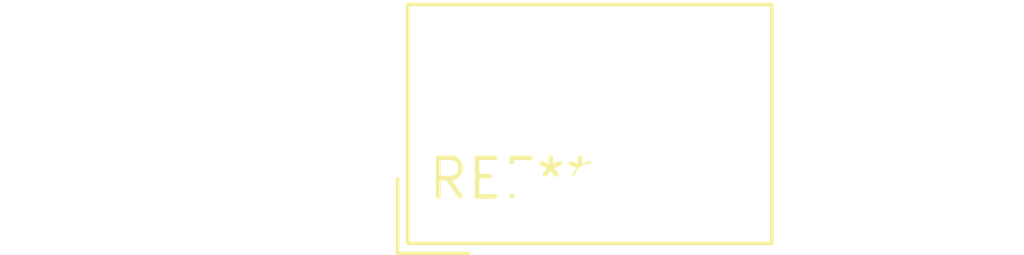
<source format=kicad_pcb>
(kicad_pcb (version 20240108) (generator pcbnew)
  (layers (0 "F.Cu" signal) (31 "B.Cu" signal) (34 "B.Paste" user) (35 "F.Paste" user) (36 "B.SilkS" user "B.Silkscreen") (37 "F.SilkS" user "F.Silkscreen") (38 "B.Mask" user) (39 "F.Mask" user) (44 "Edge.Cuts" user))
  (net 0 "")
  (footprint "Converter_DCDC_TRACO_TSR-1_THT" (layer "F.Cu") (at 0 0)
    (property "Reference" "REF**")
    (property "Value" "Converter_DCDC_TRACO_TSR-1_THT")
    (fp_line (start -3.75 0) (end -3.75 2.45) (layer "F.SilkS") (stroke (width 0.12)))
    (fp_line (start -3.75 2.45) (end -1.42 2.45) (layer "F.SilkS") (stroke (width 0.12)))
    (fp_line (start -3.42 -5.73) (end 8.52 -5.73) (layer "F.SilkS") (stroke (width 0.12)))
    (fp_line (start -3.42 2.12) (end -3.42 -5.73) (layer "F.SilkS") (stroke (width 0.12)))
    (fp_line (start 8.52 -5.73) (end 8.52 2.12) (layer "F.SilkS") (stroke (width 0.12)))
    (fp_line (start 8.52 2.12) (end -3.42 2.12) (layer "F.SilkS") (stroke (width 0.12)))
    (pad "1" thru_hole rect (at 0 0) (size 1.5 2.5) (drill 1) (layers *.Cu *.Mask) (remove_unused_layers))
    (pad "2" thru_hole oval (at 2.54 0) (size 1.5 2.5) (drill 1) (layers *.Cu *.Mask) (remove_unused_layers))
    (pad "3" thru_hole oval (at 5.08 0) (size 1.5 2.5) (drill 1) (layers *.Cu *.Mask) (remove_unused_layers))
  )
)
</source>
